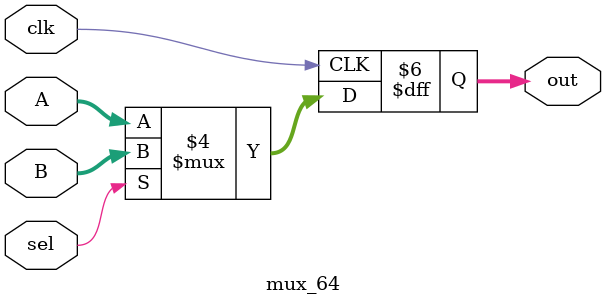
<source format=v>
`timescale 1ns / 1ps


module mux_64(
    input clk,
    input [63:0] A, //output value if sel=0
    input [63:0] B, //output value if sel=1
    input sel,
    output reg [63:0] out
    );
    
    always @(posedge clk)
    begin
        if (sel==1'b0)
            out<= A;
        else
            out<=B;    
    end
endmodule

</source>
